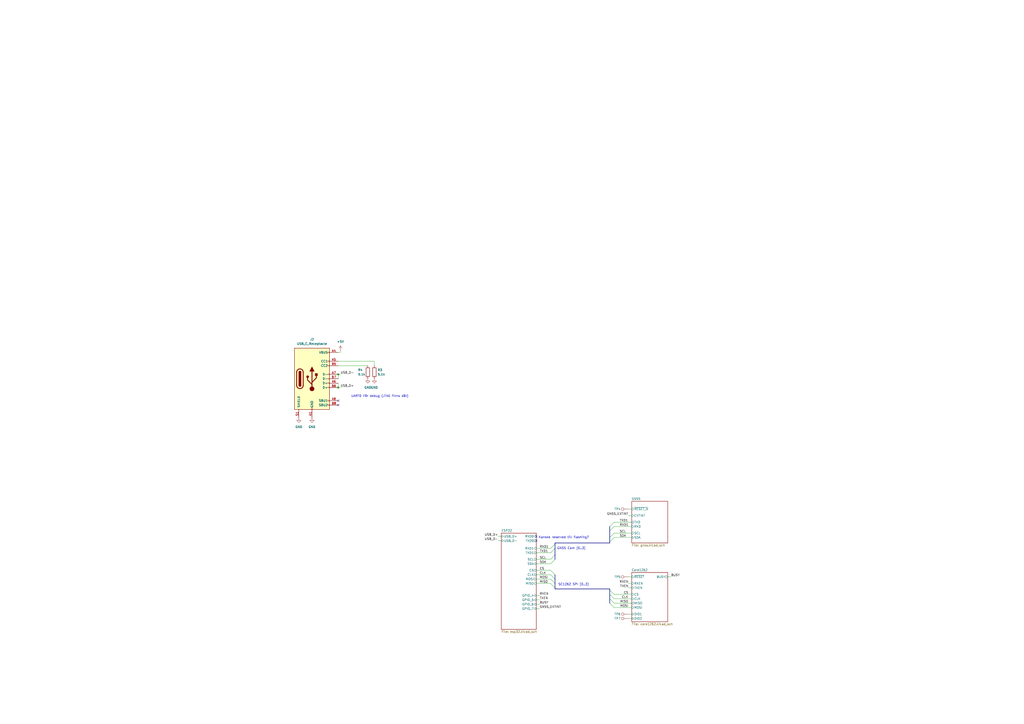
<source format=kicad_sch>
(kicad_sch (version 20250114) (generator "eeschema") (generator_version "9.0")
  (paper "A2")
  (lib_symbols
    (symbol "Connector:TestPoint" (pin_numbers (hide yes)) (pin_names (offset 0.762) (hide yes))
      (property "Reference" "TP" (at 0 6.858 0))
      (property "Value" "TestPoint" (at 0 5.08 0))
      (symbol "TestPoint_0_1"
        (circle (center 0 3.302) (radius 0.762))
      )
      (symbol "TestPoint_1_1"
        (pin passive line (at 0 0 90) (length 2.54) (name "1") (number "1"))
      )
    )
    (symbol "Connector:USB_C_Receptacle_USB2.0_16P" (pin_names (offset 1.016))
      (property "Reference" "J" (at 0 22.225 0))
      (property "Value" "USB_C_Receptacle_USB2.0_16P" (at 0 19.685 0))
      (symbol "USB_C_Receptacle_USB2.0_16P_0_0"
        (rectangle (start -0.254 -17.78) (end 0.254 -16.764))
        (rectangle (start 10.16 15.494) (end 9.144 14.986))
        (rectangle (start 10.16 10.414) (end 9.144 9.906))
        (rectangle (start 10.16 7.874) (end 9.144 7.366))
        (rectangle (start 10.16 2.794) (end 9.144 2.286))
        (rectangle (start 10.16 0.254) (end 9.144 -0.254))
        (rectangle (start 10.16 -2.286) (end 9.144 -2.794))
        (rectangle (start 10.16 -4.826) (end 9.144 -5.334))
        (rectangle (start 10.16 -12.446) (end 9.144 -12.954))
        (rectangle (start 10.16 -14.986) (end 9.144 -15.494))
      )
      (symbol "USB_C_Receptacle_USB2.0_16P_0_1"
        (rectangle (start -10.16 17.78) (end 10.16 -17.78) (stroke (width 0.254)) (fill (type background)))
        (polyline (pts (xy -8.89 -3.81) (xy -8.89 3.81)) (stroke (width 0.508)))
        (rectangle (start -7.62 -3.81) (end -6.35 3.81) (stroke (width 0.254)) (fill (type outline)))
        (arc (start -7.62 3.81) (mid -6.985 4.4423) (end -6.35 3.81) (stroke (width 0.254)))
        (arc (start -7.62 3.81) (mid -6.985 4.4423) (end -6.35 3.81) (stroke (width 0.254)) (fill (type outline)))
        (arc (start -8.89 3.81) (mid -6.985 5.7067) (end -5.08 3.81) (stroke (width 0.508)))
        (arc (start -5.08 -3.81) (mid -6.985 -5.7067) (end -8.89 -3.81) (stroke (width 0.508)))
        (arc (start -6.35 -3.81) (mid -6.985 -4.4423) (end -7.62 -3.81) (stroke (width 0.254)))
        (arc (start -6.35 -3.81) (mid -6.985 -4.4423) (end -7.62 -3.81) (stroke (width 0.254)) (fill (type outline)))
        (polyline (pts (xy -5.08 3.81) (xy -5.08 -3.81)) (stroke (width 0.508)))
        (circle (center -2.54 1.143) (radius 0.635) (stroke (width 0.254)) (fill (type outline)))
        (polyline (pts (xy -1.27 4.318) (xy 0 6.858) (xy 1.27 4.318) (xy -1.27 4.318)) (stroke (width 0.254)) (fill (type outline)))
        (polyline (pts (xy 0 -2.032) (xy 2.54 0.508) (xy 2.54 1.778)) (stroke (width 0.508)))
        (polyline (pts (xy 0 -3.302) (xy -2.54 -0.762) (xy -2.54 0.508)) (stroke (width 0.508)))
        (polyline (pts (xy 0 -5.842) (xy 0 4.318)) (stroke (width 0.508)))
        (circle (center 0 -5.842) (radius 1.27) (fill (type outline)))
        (rectangle (start 1.905 1.778) (end 3.175 3.048) (stroke (width 0.254)) (fill (type outline)))
      )
      (symbol "USB_C_Receptacle_USB2.0_16P_1_1"
        (pin passive line (at -7.62 -22.86 90) (length 5.08) (name "SHIELD") (number "S1"))
        (pin passive line (at 0 -22.86 90) (length 5.08) (name "GND") (number "A1"))
        (pin passive line (at 0 -22.86 90) (length 5.08) (hide yes) (name "GND") (number "A12"))
        (pin passive line (at 0 -22.86 90) (length 5.08) (hide yes) (name "GND") (number "B1"))
        (pin passive line (at 0 -22.86 90) (length 5.08) (hide yes) (name "GND") (number "B12"))
        (pin passive line (at 15.24 15.24 180) (length 5.08) (name "VBUS") (number "A4"))
        (pin passive line (at 15.24 15.24 180) (length 5.08) (hide yes) (name "VBUS") (number "A9"))
        (pin passive line (at 15.24 15.24 180) (length 5.08) (hide yes) (name "VBUS") (number "B4"))
        (pin passive line (at 15.24 15.24 180) (length 5.08) (hide yes) (name "VBUS") (number "B9"))
        (pin bidirectional line (at 15.24 10.16 180) (length 5.08) (name "CC1") (number "A5"))
        (pin bidirectional line (at 15.24 7.62 180) (length 5.08) (name "CC2") (number "B5"))
        (pin bidirectional line (at 15.24 2.54 180) (length 5.08) (name "D-") (number "A7"))
        (pin bidirectional line (at 15.24 0 180) (length 5.08) (name "D-") (number "B7"))
        (pin bidirectional line (at 15.24 -2.54 180) (length 5.08) (name "D+") (number "A6"))
        (pin bidirectional line (at 15.24 -5.08 180) (length 5.08) (name "D+") (number "B6"))
        (pin bidirectional line (at 15.24 -12.7 180) (length 5.08) (name "SBU1") (number "A8"))
        (pin bidirectional line (at 15.24 -15.24 180) (length 5.08) (name "SBU2") (number "B8"))
      )
    )
    (symbol "Device:R" (pin_numbers (hide yes)) (pin_names (offset 0))
      (property "Reference" "R" (at 2.032 0 90))
      (property "Value" "R" (at 0 0 90))
      (symbol "R_0_1"
        (rectangle (start -1.016 -2.54) (end 1.016 2.54) (stroke (width 0.254)))
      )
      (symbol "R_1_1"
        (pin passive line (at 0 3.81 270) (length 1.27) (name "~") (number "1"))
        (pin passive line (at 0 -3.81 90) (length 1.27) (name "~") (number "2"))
      )
    )
    (symbol "power:+5V" (power) (pin_numbers (hide yes)) (pin_names (offset 0) (hide yes))
      (property "Value" "+5V" (at 0 3.556 0))
      (symbol "+5V_0_1"
        (polyline (pts (xy -0.762 1.27) (xy 0 2.54)))
        (polyline (pts (xy 0 2.54) (xy 0.762 1.27)))
        (polyline (pts (xy 0 0) (xy 0 2.54)))
      )
      (symbol "+5V_1_1"
        (pin power_in line (at 0 0 90) (length 0) (name "~") (number "1"))
      )
    )
    (symbol "power:GND" (power) (pin_numbers (hide yes)) (pin_names (offset 0) (hide yes))
      (property "Value" "GND" (at 0 -3.81 0))
      (symbol "GND_0_1"
        (polyline (pts (xy 0 0) (xy 0 -1.27) (xy 1.27 -1.27) (xy 0 -2.54) (xy -1.27 -1.27) (xy 0 -1.27)))
      )
      (symbol "GND_1_1"
        (pin power_in line (at 0 0 270) (length 0) (name "~") (number "1"))
      )
    )
  )
  (text "Kanske reserved till flashing?" (at 327.025 311.785 0) (effects (font (size 1.27 1.27))))
  (text "GNSS Com [0..3]" (at 331.47 318.135 0) (effects (font (size 1.27 1.27))))
  (text "SC1262 SPI [0..3]" (at 332.74 339.09 0) (effects (font (size 1.27 1.27))))
  (text "UART0 För debug (JTAG finns där)" (at 220.345 229.87 0) (effects (font (size 1.27 1.27))))
  (junction (at 196.215 224.79))
  (junction (at 196.215 217.17))
  (no_connect (at 311.15 313.69))
  (no_connect (at 196.215 234.95))
  (no_connect (at 311.15 311.15))
  (no_connect (at 196.215 232.41))
  (bus_entry (at 321.945 324.485) (size -2.54 2.54))
  (bus_entry (at 353.695 305.435) (size 2.54 -2.54))
  (bus_entry (at 353.695 314.325) (size 2.54 -2.54))
  (bus_entry (at 353.695 342.265) (size 2.54 2.54))
  (bus_entry (at 353.695 307.975) (size 2.54 -2.54))
  (bus_entry (at 321.945 338.455) (size -2.54 -2.54))
  (bus_entry (at 321.945 321.945) (size -2.54 2.54))
  (bus_entry (at 353.695 344.805) (size 2.54 2.54))
  (bus_entry (at 321.945 315.595) (size -2.54 2.54))
  (bus_entry (at 321.945 333.375) (size -2.54 -2.54))
  (bus_entry (at 321.945 340.995) (size -2.54 -2.54))
  (bus_entry (at 353.695 347.345) (size 2.54 2.54))
  (bus_entry (at 353.695 311.785) (size 2.54 -2.54))
  (bus_entry (at 321.945 318.135) (size -2.54 2.54))
  (bus_entry (at 353.695 349.885) (size 2.54 2.54))
  (bus_entry (at 321.945 335.915) (size -2.54 -2.54))
  (wire (pts (xy 366.395 347.345) (xy 356.235 347.345)))
  (wire (pts (xy 196.215 212.09) (xy 213.36 212.09)))
  (wire (pts (xy 311.15 324.485) (xy 319.405 324.485)))
  (wire (pts (xy 311.15 327.025) (xy 319.405 327.025)))
  (bus (pts (xy 353.695 307.975) (xy 353.695 311.785)))
  (wire (pts (xy 197.485 203.2) (xy 197.485 204.47)))
  (wire (pts (xy 356.235 302.895) (xy 366.395 302.895)))
  (wire (pts (xy 366.395 344.805) (xy 356.235 344.805)))
  (bus (pts (xy 321.945 324.485) (xy 321.945 321.945)))
  (bus (pts (xy 321.945 333.375) (xy 321.945 335.915)))
  (wire (pts (xy 313.055 350.52) (xy 311.15 350.52)))
  (wire (pts (xy 197.485 204.47) (xy 196.215 204.47)))
  (wire (pts (xy 364.49 338.455) (xy 366.395 338.455)))
  (bus (pts (xy 353.695 341.63) (xy 353.695 342.265)))
  (wire (pts (xy 366.395 299.085) (xy 364.49 299.085)))
  (wire (pts (xy 364.49 356.235) (xy 366.395 356.235)))
  (wire (pts (xy 311.15 335.915) (xy 319.405 335.915)))
  (wire (pts (xy 313.055 345.44) (xy 311.15 345.44)))
  (bus (pts (xy 353.695 314.325) (xy 353.695 314.96)))
  (wire (pts (xy 311.15 330.835) (xy 319.405 330.835)))
  (wire (pts (xy 311.15 318.135) (xy 319.405 318.135)))
  (wire (pts (xy 313.055 353.06) (xy 311.15 353.06)))
  (bus (pts (xy 321.945 315.595) (xy 321.945 314.96)))
  (bus (pts (xy 321.945 321.945) (xy 321.945 318.135)))
  (bus (pts (xy 353.695 347.345) (xy 353.695 349.885)))
  (wire (pts (xy 356.235 305.435) (xy 366.395 305.435)))
  (wire (pts (xy 356.235 349.885) (xy 366.395 349.885)))
  (bus (pts (xy 353.695 305.435) (xy 353.695 307.975)))
  (wire (pts (xy 196.215 209.55) (xy 217.17 209.55)))
  (bus (pts (xy 353.695 342.265) (xy 353.695 344.805)))
  (bus (pts (xy 321.945 335.915) (xy 321.945 338.455)))
  (wire (pts (xy 366.395 352.425) (xy 356.235 352.425)))
  (bus (pts (xy 353.695 344.805) (xy 353.695 347.345)))
  (wire (pts (xy 288.925 313.69) (xy 290.83 313.69)))
  (wire (pts (xy 288.925 311.15) (xy 290.83 311.15)))
  (bus (pts (xy 321.945 318.135) (xy 321.945 315.595)))
  (bus (pts (xy 321.945 340.995) (xy 321.945 341.63)))
  (wire (pts (xy 196.215 224.79) (xy 196.215 222.25)))
  (wire (pts (xy 311.15 320.675) (xy 319.405 320.675)))
  (wire (pts (xy 313.055 347.98) (xy 311.15 347.98)))
  (wire (pts (xy 356.235 309.245) (xy 366.395 309.245)))
  (wire (pts (xy 364.49 340.995) (xy 366.395 340.995)))
  (wire (pts (xy 364.49 358.775) (xy 366.395 358.775)))
  (wire (pts (xy 197.485 224.79) (xy 196.215 224.79)))
  (bus (pts (xy 321.945 341.63) (xy 353.695 341.63)))
  (wire (pts (xy 197.485 217.17) (xy 196.215 217.17)))
  (wire (pts (xy 311.15 333.375) (xy 319.405 333.375)))
  (wire (pts (xy 311.15 338.455) (xy 319.405 338.455)))
  (bus (pts (xy 321.945 338.455) (xy 321.945 340.995)))
  (wire (pts (xy 366.395 295.275) (xy 364.49 295.275)))
  (wire (pts (xy 217.17 209.55) (xy 217.17 212.09)))
  (bus (pts (xy 353.695 311.785) (xy 353.695 314.325)))
  (wire (pts (xy 196.215 217.17) (xy 196.215 219.71)))
  (bus (pts (xy 321.945 314.96) (xy 353.695 314.96)))
  (wire (pts (xy 389.255 334.645) (xy 387.35 334.645)))
  (wire (pts (xy 356.235 311.785) (xy 366.395 311.785)))
  (wire (pts (xy 366.395 334.645) (xy 364.49 334.645)))
  (label "CLK" (at 364.49 347.345 180))
  (label "SCL" (at 359.41 309.245 0))
  (label "CS" (at 313.055 330.835 0))
  (label "TXD1" (at 359.41 302.895 0))
  (label "GNSS_EXTINT" (at 364.49 299.085 180))
  (label "USB_D+" (at 288.925 311.15 180))
  (label "MOSI" (at 313.055 335.915 0))
  (label "MISO" (at 364.49 349.885 180))
  (label "MOSI" (at 364.49 352.425 180))
  (label "USB_D-" (at 197.485 217.17 0))
  (label "USB_D+" (at 197.485 224.79 0))
  (label "RXD1" (at 359.41 305.435 0))
  (label "SDA" (at 313.055 327.025 0))
  (label "RXD1" (at 313.055 318.135 0))
  (label "TXEN" (at 313.055 347.98 0))
  (label "SCL" (at 313.055 324.485 0))
  (label "RXEN" (at 364.49 338.455 180))
  (label "BUSY" (at 389.255 334.645 0))
  (label "BUSY" (at 313.055 350.52 0))
  (label "CLK" (at 313.055 333.375 0))
  (label "TXD1" (at 313.055 320.675 0))
  (label "TXEN" (at 364.49 340.995 180))
  (label "RXEN" (at 313.055 345.44 0))
  (label "SDA" (at 359.41 311.785 0))
  (label "CS" (at 364.49 344.805 180))
  (label "GNSS_EXTINT" (at 313.055 353.06 0))
  (label "USB_D-" (at 288.925 313.69 180))
  (label "MISO" (at 313.055 338.455 0))
  (symbol (lib_id "power:GND") (at 180.975 242.57 0) (unit 1)
    (property "Reference" "#PWR012" (effects (hide yes)))
    (property "Value" "GND" (at 180.975 247.65 0))
    (property "Description" "Power symbol creates a global label with name \"GND\" , ground" (effects (hide yes)))
  )
  (symbol (lib_id "power:GND") (at 217.17 219.71 0) (unit 1)
    (property "Reference" "#PWR0101" (effects (hide yes)))
    (property "Value" "GND" (at 217.17 224.79 0))
    (property "Description" "Power symbol creates a global label with name \"GND\" , ground" (effects (hide yes)))
  )
  (symbol (lib_id "Device:R") (at 213.36 215.9 180) (unit 1)
    (property "Reference" "R4" (at 207.645 214.63 0) (effects (justify right)))
    (property "Value" "5.1k" (at 207.645 217.17 0) (effects (justify right)))
    (property "Description" "Resistor" (effects (hide yes)))
  )
  (symbol (lib_id "power:GND") (at 213.36 219.71 0) (unit 1)
    (property "Reference" "#PWR014" (effects (hide yes)))
    (property "Value" "GND" (at 213.36 224.79 0))
    (property "Description" "Power symbol creates a global label with name \"GND\" , ground" (effects (hide yes)))
  )
  (symbol (lib_id "Connector:TestPoint") (at 364.49 295.275 90) (unit 1)
    (property "Reference" "TP4" (at 360.045 295.275 90) (effects (justify left)))
    (property "Value" "TestPoint" (effects (hide yes)))
    (property "Description" "test point" (effects (hide yes)))
  )
  (symbol (lib_id "power:GND") (at 173.355 242.57 0) (unit 1)
    (property "Reference" "#PWR0102" (effects (hide yes)))
    (property "Value" "GND" (at 173.355 247.65 0))
    (property "Description" "Power symbol creates a global label with name \"GND\" , ground" (effects (hide yes)))
  )
  (symbol (lib_id "power:+5V") (at 197.485 203.2 0) (unit 1)
    (property "Reference" "#PWR013" (effects (hide yes)))
    (property "Value" "+5V" (at 197.485 198.12 0))
    (property "Description" "Power symbol creates a global label with name \"+5V\"" (effects (hide yes)))
  )
  (symbol (lib_id "Connector:TestPoint") (at 364.49 334.645 90) (unit 1)
    (property "Reference" "TP5" (at 360.045 334.645 90) (effects (justify left)))
    (property "Value" "TestPoint" (effects (hide yes)))
    (property "Description" "test point" (effects (hide yes)))
  )
  (symbol (lib_id "Connector:USB_C_Receptacle_USB2.0_16P") (at 180.975 219.71 0) (unit 1)
    (property "Reference" "J2" (at 180.975 196.85 0))
    (property "Value" "USB_C_Receptacle" (at 180.975 199.39 0))
    (property "Datasheet" "https://www.usb.org/sites/default/files/documents/usb_type-c.zip" (effects (hide yes)))
    (property "Description" "USB 2.0-only 16P Type-C Receptacle connector" (effects (hide yes)))
  )
  (symbol (lib_id "Device:R") (at 217.17 215.9 180) (unit 1)
    (property "Reference" "R3" (at 219.075 214.63 0) (effects (justify right)))
    (property "Value" "5.1k" (at 219.075 217.17 0) (effects (justify right)))
    (property "Description" "Resistor" (effects (hide yes)))
  )
  (symbol (lib_id "Connector:TestPoint") (at 364.49 356.235 90) (unit 1)
    (property "Reference" "TP6" (at 358.14 356.235 90))
    (property "Value" "TestPoint" (effects (hide yes)))
    (property "Description" "test point" (effects (hide yes)))
  )
  (symbol (lib_id "Connector:TestPoint") (at 364.49 358.775 90) (unit 1)
    (property "Reference" "TP7" (at 358.14 358.775 90))
    (property "Value" "TestPoint" (effects (hide yes)))
    (property "Description" "test point" (effects (hide yes)))
  )
  (sheet (at 366.395 332.105) (size 20.955 28.575) (stroke (width 0.1524))
    (property "Sheetname" "Core1262" (at 366.395 331.3934 0) (effects (justify left bottom)))
    (property "Sheetfile" "core1262.kicad_sch" (at 366.395 361.2646 0) (effects (justify left top)))
    (pin "MISO" output (at 366.395 349.885 180))
    (pin "DIO1" bidirectional (at 366.395 356.235 180))
    (pin "TXEN" input (at 366.395 340.995 180))
    (pin "CS" input (at 366.395 344.805 180))
    (pin "BUSY" output (at 387.35 334.645 0))
    (pin "DIO2" bidirectional (at 366.395 358.775 180))
    (pin "CLK" input (at 366.395 347.345 180))
    (pin "MOSI" input (at 366.395 352.425 180))
    (pin "RXEN" input (at 366.395 338.455 180))
    (pin "~{RESET}" input (at 366.395 334.645 180))
  )
  (sheet (at 290.83 309.245) (size 20.32 55.88) (stroke (width 0.1524))
    (property "Sheetname" "ESP32" (at 290.83 308.5334 0) (effects (justify left bottom)))
    (property "Sheetfile" "esp32.kicad_sch" (at 290.83 365.7096 0) (effects (justify left top)))
    (pin "RXD0" input (at 311.15 311.15 0))
    (pin "MISO" input (at 311.15 338.455 0))
    (pin "USB_D+" bidirectional (at 290.83 311.15 180))
    (pin "USB_D-" bidirectional (at 290.83 313.69 180))
    (pin "SCL" output (at 311.15 324.485 0))
    (pin "TXD0" output (at 311.15 313.69 0))
    (pin "RXD1" input (at 311.15 318.135 0))
    (pin "TXD1" output (at 311.15 320.675 0))
    (pin "SDA" bidirectional (at 311.15 327.025 0))
    (pin "MOSI" output (at 311.15 335.915 0))
    (pin "CS" output (at 311.15 330.835 0))
    (pin "CLK" output (at 311.15 333.375 0))
    (pin "GPIO_4" bidirectional (at 311.15 345.44 0))
    (pin "GPIO_7" bidirectional (at 311.15 353.06 0))
    (pin "GPIO_5" bidirectional (at 311.15 347.98 0))
    (pin "GPIO_6" bidirectional (at 311.15 350.52 0))
  )
  (sheet (at 366.395 290.83) (size 20.955 24.13) (stroke (width 0.1524))
    (property "Sheetname" "GNSS" (at 366.395 290.1184 0) (effects (justify left bottom)))
    (property "Sheetfile" "gnss.kicad_sch" (at 366.395 315.5446 0) (effects (justify left top)))
    (pin "SCL" input (at 366.395 309.245 180))
    (pin "SDA" bidirectional (at 366.395 311.785 180))
    (pin "RXD" input (at 366.395 305.435 180))
    (pin "~{RESET_N}" input (at 366.395 295.275 180))
    (pin "TXD" output (at 366.395 302.895 180))
    (pin "EXTINT" input (at 366.395 299.085 180))
  )
)
</source>
